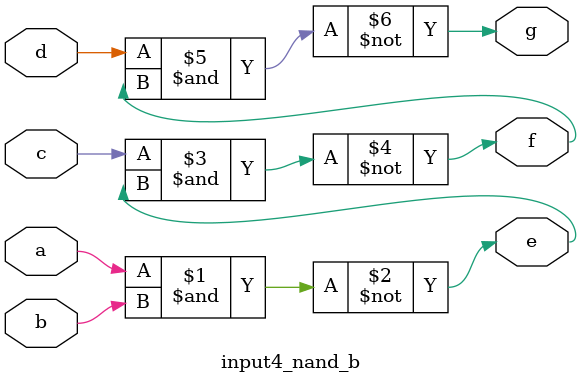
<source format=v>
`timescale 1ns / 1ps


module input4_nand_b(a,b,c,d,e,f,g);
    input a,b,c,d;
    output e,f,g;
    assign e = ~(a&b);
    assign f = ~(c&e);
    assign g = ~(d&f);
endmodule

</source>
